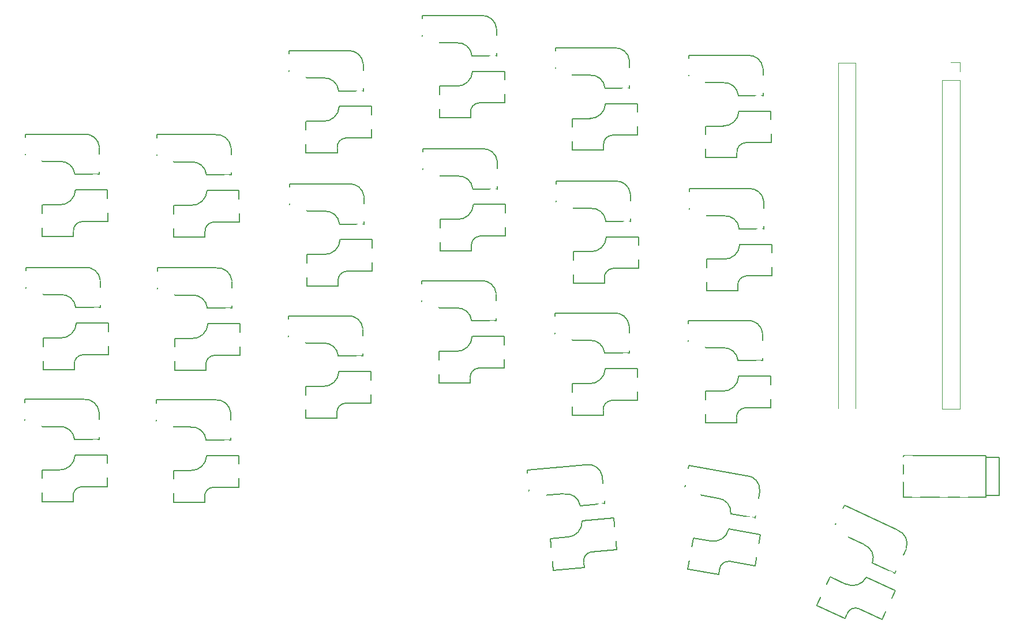
<source format=gbr>
%TF.GenerationSoftware,KiCad,Pcbnew,7.0.6*%
%TF.CreationDate,2023-08-11T19:59:34+07:00*%
%TF.ProjectId,keyboard_pcb,6b657962-6f61-4726-945f-7063622e6b69,rev1.0*%
%TF.SameCoordinates,Original*%
%TF.FileFunction,Legend,Top*%
%TF.FilePolarity,Positive*%
%FSLAX46Y46*%
G04 Gerber Fmt 4.6, Leading zero omitted, Abs format (unit mm)*
G04 Created by KiCad (PCBNEW 7.0.6) date 2023-08-11 19:59:34*
%MOMM*%
%LPD*%
G01*
G04 APERTURE LIST*
G04 Aperture macros list*
%AMRotRect*
0 Rectangle, with rotation*
0 The origin of the aperture is its center*
0 $1 length*
0 $2 width*
0 $3 Rotation angle, in degrees counterclockwise*
0 Add horizontal line*
21,1,$1,$2,0,0,$3*%
G04 Aperture macros list end*
%ADD10C,0.150000*%
%ADD11C,0.120000*%
%ADD12R,2.500000X2.500000*%
%ADD13R,1.800000X2.000000*%
%ADD14R,2.000000X2.000000*%
%ADD15R,2.400000X2.400000*%
%ADD16C,1.900000*%
%ADD17C,1.700000*%
%ADD18C,3.000000*%
%ADD19C,0.100000*%
%ADD20C,4.000000*%
%ADD21RotRect,2.400000X2.400000X350.000000*%
%ADD22RotRect,2.000000X2.000000X350.000000*%
%ADD23RotRect,1.800000X2.000000X350.000000*%
%ADD24RotRect,2.500000X2.500000X350.000000*%
%ADD25RotRect,2.400000X2.400000X335.000000*%
%ADD26RotRect,2.000000X2.000000X335.000000*%
%ADD27RotRect,1.800000X2.000000X335.000000*%
%ADD28RotRect,2.500000X2.500000X335.000000*%
%ADD29RotRect,2.400000X2.400000X5.000000*%
%ADD30RotRect,2.000000X2.000000X5.000000*%
%ADD31RotRect,1.800000X2.000000X5.000000*%
%ADD32RotRect,2.500000X2.500000X5.000000*%
%ADD33O,2.000000X1.600000*%
%ADD34C,0.800000*%
%ADD35R,1.700000X1.700000*%
G04 APERTURE END LIST*
D10*
%TO.C,K03*%
X156964999Y-41054000D02*
G75*
G03*
X154701000Y-39170001I-2073999J-190000D01*
G01*
X151076000Y-49543999D02*
G75*
G03*
X153445999Y-47374000I100000J2269999D01*
G01*
X154376000Y-52003999D02*
G75*
G03*
X153155999Y-53423999I100000J-1320001D01*
G01*
X153360999Y-45053999D02*
G75*
G03*
X151101000Y-43174001I-2069999J-190001D01*
G01*
X158151000Y-47374000D02*
X158176000Y-51973999D01*
X156976000Y-45078000D02*
X153366000Y-45078000D01*
X156976000Y-41124000D02*
X156976000Y-45069000D01*
X154376000Y-51999000D02*
X158151000Y-51999000D01*
X153451000Y-47349000D02*
X158151000Y-47349000D01*
X153156000Y-53474000D02*
X153156000Y-54174000D01*
X148601000Y-54199000D02*
X153151000Y-54199000D01*
X148601000Y-49549000D02*
X151151000Y-49549000D01*
X148576001Y-49574000D02*
X148576001Y-54174000D01*
X146076000Y-43124000D02*
X151126000Y-43170000D01*
X146076000Y-43078000D02*
X146076000Y-39170000D01*
X146076000Y-39170000D02*
X154701000Y-39170000D01*
%TO.C,K31*%
X185204425Y-105215857D02*
X193698392Y-106713572D01*
X184525808Y-109064485D02*
X185204425Y-105215857D01*
X184517820Y-109109787D02*
X189483111Y-110032011D01*
X185859810Y-115895917D02*
X185061028Y-120426033D01*
X185888770Y-115875638D02*
X188400030Y-116318441D01*
X185081306Y-120454994D02*
X189562181Y-121245093D01*
X189693000Y-120531976D02*
X189571447Y-121221341D01*
X191047114Y-114551255D02*
X195675710Y-115367401D01*
X191150597Y-119291235D02*
X194868246Y-119946757D01*
X195599521Y-109032936D02*
X194914479Y-112918003D01*
X194912916Y-112926866D02*
X191357760Y-112299996D01*
X195671369Y-115392021D02*
X194897208Y-119926477D01*
X191357003Y-112275492D02*
G75*
G03*
X189457797Y-110031609I-2071545J172338D01*
G01*
X191149729Y-119296158D02*
G75*
G03*
X189701683Y-120482734I-130735J-1317312D01*
G01*
X188327038Y-116300492D02*
G75*
G03*
X191037847Y-114575007I492662J2218147D01*
G01*
X195600844Y-108962090D02*
G75*
G03*
X193698392Y-106713572I-2075485J173033D01*
G01*
%TO.C,K32*%
X208026317Y-111085014D02*
X215843222Y-114730097D01*
X206374725Y-114626865D02*
X208026317Y-111085014D01*
X206355285Y-114668555D02*
X210912699Y-116844468D01*
X205895167Y-121570786D02*
X203951123Y-125739802D01*
X205928389Y-121558694D02*
X208239474Y-122636370D01*
X203963215Y-125773025D02*
X208086915Y-127695938D01*
X208397845Y-127040978D02*
X208102012Y-127675393D01*
X211253742Y-121614515D02*
X215513389Y-123600821D01*
X210126902Y-126219768D02*
X213548214Y-127815152D01*
X217079276Y-117462479D02*
X215412047Y-121037863D01*
X215408243Y-121046020D02*
X212136472Y-119520368D01*
X215502824Y-123623479D02*
X213581438Y-127803059D01*
X212142083Y-119496502D02*
G75*
G03*
X210888350Y-116837528I-1956354J702620D01*
G01*
X210124789Y-126224299D02*
G75*
G03*
X208418976Y-126995661I-467225J-1238589D01*
G01*
X208173615Y-122600141D02*
G75*
G03*
X211238644Y-121635060I1049974J2015055D01*
G01*
X217098889Y-117394388D02*
G75*
G03*
X215843222Y-114730097I-1959979J704312D01*
G01*
%TO.C,K30*%
X161471658Y-105856739D02*
X170063837Y-105105021D01*
X161812262Y-109749868D02*
X161471658Y-105856739D01*
X161816272Y-109795693D02*
X166851064Y-109401381D01*
X164868914Y-116003259D02*
X165269830Y-120585755D01*
X164891639Y-115976175D02*
X167431935Y-115753928D01*
X165296913Y-120608481D02*
X169829599Y-120211922D01*
X169771392Y-119489245D02*
X169832401Y-120186581D01*
X169531440Y-113361842D02*
X174213556Y-112952210D01*
X170858195Y-117913528D02*
X174618830Y-117584515D01*
X172500482Y-106853306D02*
X172844312Y-110783294D01*
X172845096Y-110792260D02*
X169248833Y-111106892D01*
X174215734Y-112977115D02*
X174641556Y-117557430D01*
X169241760Y-111083418D02*
G75*
G03*
X166826508Y-109407545I-2045563J-369690D01*
G01*
X170858631Y-117918508D02*
G75*
G03*
X169767034Y-119439434I214665J-1306262D01*
G01*
X167356785Y-115755483D02*
G75*
G03*
X169528638Y-113387182I-98224J2270077D01*
G01*
X172483422Y-106784531D02*
G75*
G03*
X170063837Y-105105022I-2049547J-370038D01*
G01*
%TO.C,K25*%
X196018999Y-85824000D02*
G75*
G03*
X193755000Y-83940001I-2073999J-190000D01*
G01*
X190130000Y-94313999D02*
G75*
G03*
X192499999Y-92144000I100000J2269999D01*
G01*
X193430000Y-96773999D02*
G75*
G03*
X192209999Y-98193999I100000J-1320001D01*
G01*
X192414999Y-89823999D02*
G75*
G03*
X190155000Y-87944001I-2069999J-190001D01*
G01*
X197205000Y-92144000D02*
X197230000Y-96743999D01*
X196030000Y-89848000D02*
X192420000Y-89848000D01*
X196030000Y-85894000D02*
X196030000Y-89839000D01*
X193430000Y-96769000D02*
X197205000Y-96769000D01*
X192505000Y-92119000D02*
X197205000Y-92119000D01*
X192210000Y-98244000D02*
X192210000Y-98944000D01*
X187655000Y-98969000D02*
X192205000Y-98969000D01*
X187655000Y-94319000D02*
X190205000Y-94319000D01*
X187630001Y-94344000D02*
X187630001Y-98944000D01*
X185130000Y-87894000D02*
X190180000Y-87940000D01*
X185130000Y-87848000D02*
X185130000Y-83940000D01*
X185130000Y-83940000D02*
X193755000Y-83940000D01*
%TO.C,K24*%
X176442999Y-84724000D02*
G75*
G03*
X174179000Y-82840001I-2073999J-190000D01*
G01*
X170554000Y-93213999D02*
G75*
G03*
X172923999Y-91044000I100000J2269999D01*
G01*
X173854000Y-95673999D02*
G75*
G03*
X172633999Y-97093999I100000J-1320001D01*
G01*
X172838999Y-88723999D02*
G75*
G03*
X170579000Y-86844001I-2069999J-190001D01*
G01*
X177629000Y-91044000D02*
X177654000Y-95643999D01*
X176454000Y-88748000D02*
X172844000Y-88748000D01*
X176454000Y-84794000D02*
X176454000Y-88739000D01*
X173854000Y-95669000D02*
X177629000Y-95669000D01*
X172929000Y-91019000D02*
X177629000Y-91019000D01*
X172634000Y-97144000D02*
X172634000Y-97844000D01*
X168079000Y-97869000D02*
X172629000Y-97869000D01*
X168079000Y-93219000D02*
X170629000Y-93219000D01*
X168054001Y-93244000D02*
X168054001Y-97844000D01*
X165554000Y-86794000D02*
X170604000Y-86840000D01*
X165554000Y-86748000D02*
X165554000Y-82840000D01*
X165554000Y-82840000D02*
X174179000Y-82840000D01*
%TO.C,K23*%
X156918999Y-79978000D02*
G75*
G03*
X154655000Y-78094001I-2073999J-190000D01*
G01*
X151030000Y-88467999D02*
G75*
G03*
X153399999Y-86298000I100000J2269999D01*
G01*
X154330000Y-90927999D02*
G75*
G03*
X153109999Y-92347999I100000J-1320001D01*
G01*
X153314999Y-83977999D02*
G75*
G03*
X151055000Y-82098001I-2069999J-190001D01*
G01*
X158105000Y-86298000D02*
X158130000Y-90897999D01*
X156930000Y-84002000D02*
X153320000Y-84002000D01*
X156930000Y-80048000D02*
X156930000Y-83993000D01*
X154330000Y-90923000D02*
X158105000Y-90923000D01*
X153405000Y-86273000D02*
X158105000Y-86273000D01*
X153110000Y-92398000D02*
X153110000Y-93098000D01*
X148555000Y-93123000D02*
X153105000Y-93123000D01*
X148555000Y-88473000D02*
X151105000Y-88473000D01*
X148530001Y-88498000D02*
X148530001Y-93098000D01*
X146030000Y-82048000D02*
X151080000Y-82094000D01*
X146030000Y-82002000D02*
X146030000Y-78094000D01*
X146030000Y-78094000D02*
X154655000Y-78094000D01*
%TO.C,K22*%
X137354999Y-85134000D02*
G75*
G03*
X135091000Y-83250001I-2073999J-190000D01*
G01*
X131466000Y-93623999D02*
G75*
G03*
X133835999Y-91454000I100000J2269999D01*
G01*
X134766000Y-96083999D02*
G75*
G03*
X133545999Y-97503999I100000J-1320001D01*
G01*
X133750999Y-89133999D02*
G75*
G03*
X131491000Y-87254001I-2069999J-190001D01*
G01*
X138541000Y-91454000D02*
X138566000Y-96053999D01*
X137366000Y-89158000D02*
X133756000Y-89158000D01*
X137366000Y-85204000D02*
X137366000Y-89149000D01*
X134766000Y-96079000D02*
X138541000Y-96079000D01*
X133841000Y-91429000D02*
X138541000Y-91429000D01*
X133546000Y-97554000D02*
X133546000Y-98254000D01*
X128991000Y-98279000D02*
X133541000Y-98279000D01*
X128991000Y-93629000D02*
X131541000Y-93629000D01*
X128966001Y-93654000D02*
X128966001Y-98254000D01*
X126466000Y-87204000D02*
X131516000Y-87250000D01*
X126466000Y-87158000D02*
X126466000Y-83250000D01*
X126466000Y-83250000D02*
X135091000Y-83250000D01*
%TO.C,K21*%
X117955999Y-97470000D02*
G75*
G03*
X115692000Y-95586001I-2073999J-190000D01*
G01*
X112067000Y-105959999D02*
G75*
G03*
X114436999Y-103790000I100000J2269999D01*
G01*
X115367000Y-108419999D02*
G75*
G03*
X114146999Y-109839999I100000J-1320001D01*
G01*
X114351999Y-101469999D02*
G75*
G03*
X112092000Y-99590001I-2069999J-190001D01*
G01*
X119142000Y-103790000D02*
X119167000Y-108389999D01*
X117967000Y-101494000D02*
X114357000Y-101494000D01*
X117967000Y-97540000D02*
X117967000Y-101485000D01*
X115367000Y-108415000D02*
X119142000Y-108415000D01*
X114442000Y-103765000D02*
X119142000Y-103765000D01*
X114147000Y-109890000D02*
X114147000Y-110590000D01*
X109592000Y-110615000D02*
X114142000Y-110615000D01*
X109592000Y-105965000D02*
X112142000Y-105965000D01*
X109567001Y-105990000D02*
X109567001Y-110590000D01*
X107067000Y-99540000D02*
X112117000Y-99586000D01*
X107067000Y-99494000D02*
X107067000Y-95586000D01*
X107067000Y-95586000D02*
X115692000Y-95586000D01*
%TO.C,K20*%
X98645999Y-97394000D02*
G75*
G03*
X96382000Y-95510001I-2073999J-190000D01*
G01*
X92757000Y-105883999D02*
G75*
G03*
X95126999Y-103714000I100000J2269999D01*
G01*
X96057000Y-108343999D02*
G75*
G03*
X94836999Y-109763999I100000J-1320001D01*
G01*
X95041999Y-101393999D02*
G75*
G03*
X92782000Y-99514001I-2069999J-190001D01*
G01*
X99832000Y-103714000D02*
X99857000Y-108313999D01*
X98657000Y-101418000D02*
X95047000Y-101418000D01*
X98657000Y-97464000D02*
X98657000Y-101409000D01*
X96057000Y-108339000D02*
X99832000Y-108339000D01*
X95132000Y-103689000D02*
X99832000Y-103689000D01*
X94837000Y-109814000D02*
X94837000Y-110514000D01*
X90282000Y-110539000D02*
X94832000Y-110539000D01*
X90282000Y-105889000D02*
X92832000Y-105889000D01*
X90257001Y-105914000D02*
X90257001Y-110514000D01*
X87757000Y-99464000D02*
X92807000Y-99510000D01*
X87757000Y-99418000D02*
X87757000Y-95510000D01*
X87757000Y-95510000D02*
X96382000Y-95510000D01*
%TO.C,K15*%
X185304000Y-64570000D02*
X193929000Y-64570000D01*
X185304000Y-68478000D02*
X185304000Y-64570000D01*
X185304000Y-68524000D02*
X190354000Y-68570000D01*
X187804001Y-74974000D02*
X187804001Y-79574000D01*
X187829000Y-74949000D02*
X190379000Y-74949000D01*
X187829000Y-79599000D02*
X192379000Y-79599000D01*
X192384000Y-78874000D02*
X192384000Y-79574000D01*
X192679000Y-72749000D02*
X197379000Y-72749000D01*
X193604000Y-77399000D02*
X197379000Y-77399000D01*
X196204000Y-66524000D02*
X196204000Y-70469000D01*
X196204000Y-70478000D02*
X192594000Y-70478000D01*
X197379000Y-72774000D02*
X197404000Y-77373999D01*
X192588999Y-70453999D02*
G75*
G03*
X190329000Y-68574001I-2069999J-190001D01*
G01*
X193604000Y-77403999D02*
G75*
G03*
X192383999Y-78823999I100000J-1320001D01*
G01*
X190304000Y-74943999D02*
G75*
G03*
X192673999Y-72774000I100000J2269999D01*
G01*
X196192999Y-66454000D02*
G75*
G03*
X193929000Y-64570001I-2073999J-190000D01*
G01*
%TO.C,K14*%
X165728000Y-63470000D02*
X174353000Y-63470000D01*
X165728000Y-67378000D02*
X165728000Y-63470000D01*
X165728000Y-67424000D02*
X170778000Y-67470000D01*
X168228001Y-73874000D02*
X168228001Y-78474000D01*
X168253000Y-73849000D02*
X170803000Y-73849000D01*
X168253000Y-78499000D02*
X172803000Y-78499000D01*
X172808000Y-77774000D02*
X172808000Y-78474000D01*
X173103000Y-71649000D02*
X177803000Y-71649000D01*
X174028000Y-76299000D02*
X177803000Y-76299000D01*
X176628000Y-65424000D02*
X176628000Y-69369000D01*
X176628000Y-69378000D02*
X173018000Y-69378000D01*
X177803000Y-71674000D02*
X177828000Y-76273999D01*
X173012999Y-69353999D02*
G75*
G03*
X170753000Y-67474001I-2069999J-190001D01*
G01*
X174028000Y-76303999D02*
G75*
G03*
X172807999Y-77723999I100000J-1320001D01*
G01*
X170728000Y-73843999D02*
G75*
G03*
X173097999Y-71674000I100000J2269999D01*
G01*
X176616999Y-65354000D02*
G75*
G03*
X174353000Y-63470001I-2073999J-190000D01*
G01*
%TO.C,K13*%
X146204000Y-58724000D02*
X154829000Y-58724000D01*
X146204000Y-62632000D02*
X146204000Y-58724000D01*
X146204000Y-62678000D02*
X151254000Y-62724000D01*
X148704001Y-69128000D02*
X148704001Y-73728000D01*
X148729000Y-69103000D02*
X151279000Y-69103000D01*
X148729000Y-73753000D02*
X153279000Y-73753000D01*
X153284000Y-73028000D02*
X153284000Y-73728000D01*
X153579000Y-66903000D02*
X158279000Y-66903000D01*
X154504000Y-71553000D02*
X158279000Y-71553000D01*
X157104000Y-60678000D02*
X157104000Y-64623000D01*
X157104000Y-64632000D02*
X153494000Y-64632000D01*
X158279000Y-66928000D02*
X158304000Y-71527999D01*
X153488999Y-64607999D02*
G75*
G03*
X151229000Y-62728001I-2069999J-190001D01*
G01*
X154504000Y-71557999D02*
G75*
G03*
X153283999Y-72977999I100000J-1320001D01*
G01*
X151204000Y-69097999D02*
G75*
G03*
X153573999Y-66928000I100000J2269999D01*
G01*
X157092999Y-60608000D02*
G75*
G03*
X154829000Y-58724001I-2073999J-190000D01*
G01*
%TO.C,K12*%
X126640000Y-63880000D02*
X135265000Y-63880000D01*
X126640000Y-67788000D02*
X126640000Y-63880000D01*
X126640000Y-67834000D02*
X131690000Y-67880000D01*
X129140001Y-74284000D02*
X129140001Y-78884000D01*
X129165000Y-74259000D02*
X131715000Y-74259000D01*
X129165000Y-78909000D02*
X133715000Y-78909000D01*
X133720000Y-78184000D02*
X133720000Y-78884000D01*
X134015000Y-72059000D02*
X138715000Y-72059000D01*
X134940000Y-76709000D02*
X138715000Y-76709000D01*
X137540000Y-65834000D02*
X137540000Y-69779000D01*
X137540000Y-69788000D02*
X133930000Y-69788000D01*
X138715000Y-72084000D02*
X138740000Y-76683999D01*
X133924999Y-69763999D02*
G75*
G03*
X131665000Y-67884001I-2069999J-190001D01*
G01*
X134940000Y-76713999D02*
G75*
G03*
X133719999Y-78133999I100000J-1320001D01*
G01*
X131640000Y-74253999D02*
G75*
G03*
X134009999Y-72084000I100000J2269999D01*
G01*
X137528999Y-65764000D02*
G75*
G03*
X135265000Y-63880001I-2073999J-190000D01*
G01*
%TO.C,K11*%
X107241000Y-76216000D02*
X115866000Y-76216000D01*
X107241000Y-80124000D02*
X107241000Y-76216000D01*
X107241000Y-80170000D02*
X112291000Y-80216000D01*
X109741001Y-86620000D02*
X109741001Y-91220000D01*
X109766000Y-86595000D02*
X112316000Y-86595000D01*
X109766000Y-91245000D02*
X114316000Y-91245000D01*
X114321000Y-90520000D02*
X114321000Y-91220000D01*
X114616000Y-84395000D02*
X119316000Y-84395000D01*
X115541000Y-89045000D02*
X119316000Y-89045000D01*
X118141000Y-78170000D02*
X118141000Y-82115000D01*
X118141000Y-82124000D02*
X114531000Y-82124000D01*
X119316000Y-84420000D02*
X119341000Y-89019999D01*
X114525999Y-82099999D02*
G75*
G03*
X112266000Y-80220001I-2069999J-190001D01*
G01*
X115541000Y-89049999D02*
G75*
G03*
X114320999Y-90469999I100000J-1320001D01*
G01*
X112241000Y-86589999D02*
G75*
G03*
X114610999Y-84420000I100000J2269999D01*
G01*
X118129999Y-78100000D02*
G75*
G03*
X115866000Y-76216001I-2073999J-190000D01*
G01*
%TO.C,K10*%
X87931000Y-76140000D02*
X96556000Y-76140000D01*
X87931000Y-80048000D02*
X87931000Y-76140000D01*
X87931000Y-80094000D02*
X92981000Y-80140000D01*
X90431001Y-86544000D02*
X90431001Y-91144000D01*
X90456000Y-86519000D02*
X93006000Y-86519000D01*
X90456000Y-91169000D02*
X95006000Y-91169000D01*
X95011000Y-90444000D02*
X95011000Y-91144000D01*
X95306000Y-84319000D02*
X100006000Y-84319000D01*
X96231000Y-88969000D02*
X100006000Y-88969000D01*
X98831000Y-78094000D02*
X98831000Y-82039000D01*
X98831000Y-82048000D02*
X95221000Y-82048000D01*
X100006000Y-84344000D02*
X100031000Y-88943999D01*
X95215999Y-82023999D02*
G75*
G03*
X92956000Y-80144001I-2069999J-190001D01*
G01*
X96231000Y-88973999D02*
G75*
G03*
X95010999Y-90393999I100000J-1320001D01*
G01*
X92931000Y-86513999D02*
G75*
G03*
X95300999Y-84344000I100000J2269999D01*
G01*
X98819999Y-78024000D02*
G75*
G03*
X96556000Y-76140001I-2073999J-190000D01*
G01*
%TO.C,K05*%
X196064999Y-46900000D02*
G75*
G03*
X193801000Y-45016001I-2073999J-190000D01*
G01*
X190176000Y-55389999D02*
G75*
G03*
X192545999Y-53220000I100000J2269999D01*
G01*
X193476000Y-57849999D02*
G75*
G03*
X192255999Y-59269999I100000J-1320001D01*
G01*
X192460999Y-50899999D02*
G75*
G03*
X190201000Y-49020001I-2069999J-190001D01*
G01*
X197251000Y-53220000D02*
X197276000Y-57819999D01*
X196076000Y-50924000D02*
X192466000Y-50924000D01*
X196076000Y-46970000D02*
X196076000Y-50915000D01*
X193476000Y-57845000D02*
X197251000Y-57845000D01*
X192551000Y-53195000D02*
X197251000Y-53195000D01*
X192256000Y-59320000D02*
X192256000Y-60020000D01*
X187701000Y-60045000D02*
X192251000Y-60045000D01*
X187701000Y-55395000D02*
X190251000Y-55395000D01*
X187676001Y-55420000D02*
X187676001Y-60020000D01*
X185176000Y-48970000D02*
X190226000Y-49016000D01*
X185176000Y-48924000D02*
X185176000Y-45016000D01*
X185176000Y-45016000D02*
X193801000Y-45016000D01*
%TO.C,K04*%
X176488999Y-45800000D02*
G75*
G03*
X174225000Y-43916001I-2073999J-190000D01*
G01*
X170600000Y-54289999D02*
G75*
G03*
X172969999Y-52120000I100000J2269999D01*
G01*
X173900000Y-56749999D02*
G75*
G03*
X172679999Y-58169999I100000J-1320001D01*
G01*
X172884999Y-49799999D02*
G75*
G03*
X170625000Y-47920001I-2069999J-190001D01*
G01*
X177675000Y-52120000D02*
X177700000Y-56719999D01*
X176500000Y-49824000D02*
X172890000Y-49824000D01*
X176500000Y-45870000D02*
X176500000Y-49815000D01*
X173900000Y-56745000D02*
X177675000Y-56745000D01*
X172975000Y-52095000D02*
X177675000Y-52095000D01*
X172680000Y-58220000D02*
X172680000Y-58920000D01*
X168125000Y-58945000D02*
X172675000Y-58945000D01*
X168125000Y-54295000D02*
X170675000Y-54295000D01*
X168100001Y-54320000D02*
X168100001Y-58920000D01*
X165600000Y-47870000D02*
X170650000Y-47916000D01*
X165600000Y-47824000D02*
X165600000Y-43916000D01*
X165600000Y-43916000D02*
X174225000Y-43916000D01*
%TO.C,K02*%
X137400999Y-46210000D02*
G75*
G03*
X135137000Y-44326001I-2073999J-190000D01*
G01*
X131512000Y-54699999D02*
G75*
G03*
X133881999Y-52530000I100000J2269999D01*
G01*
X134812000Y-57159999D02*
G75*
G03*
X133591999Y-58579999I100000J-1320001D01*
G01*
X133796999Y-50209999D02*
G75*
G03*
X131537000Y-48330001I-2069999J-190001D01*
G01*
X138587000Y-52530000D02*
X138612000Y-57129999D01*
X137412000Y-50234000D02*
X133802000Y-50234000D01*
X137412000Y-46280000D02*
X137412000Y-50225000D01*
X134812000Y-57155000D02*
X138587000Y-57155000D01*
X133887000Y-52505000D02*
X138587000Y-52505000D01*
X133592000Y-58630000D02*
X133592000Y-59330000D01*
X129037000Y-59355000D02*
X133587000Y-59355000D01*
X129037000Y-54705000D02*
X131587000Y-54705000D01*
X129012001Y-54730000D02*
X129012001Y-59330000D01*
X126512000Y-48280000D02*
X131562000Y-48326000D01*
X126512000Y-48234000D02*
X126512000Y-44326000D01*
X126512000Y-44326000D02*
X135137000Y-44326000D01*
%TO.C,K01*%
X118001999Y-58546000D02*
G75*
G03*
X115738000Y-56662001I-2073999J-190000D01*
G01*
X112113000Y-67035999D02*
G75*
G03*
X114482999Y-64866000I100000J2269999D01*
G01*
X115413000Y-69495999D02*
G75*
G03*
X114192999Y-70915999I100000J-1320001D01*
G01*
X114397999Y-62545999D02*
G75*
G03*
X112138000Y-60666001I-2069999J-190001D01*
G01*
X119188000Y-64866000D02*
X119213000Y-69465999D01*
X118013000Y-62570000D02*
X114403000Y-62570000D01*
X118013000Y-58616000D02*
X118013000Y-62561000D01*
X115413000Y-69491000D02*
X119188000Y-69491000D01*
X114488000Y-64841000D02*
X119188000Y-64841000D01*
X114193000Y-70966000D02*
X114193000Y-71666000D01*
X109638000Y-71691000D02*
X114188000Y-71691000D01*
X109638000Y-67041000D02*
X112188000Y-67041000D01*
X109613001Y-67066000D02*
X109613001Y-71666000D01*
X107113000Y-60616000D02*
X112163000Y-60662000D01*
X107113000Y-60570000D02*
X107113000Y-56662000D01*
X107113000Y-56662000D02*
X115738000Y-56662000D01*
%TO.C,K00*%
X98691999Y-58470000D02*
G75*
G03*
X96428000Y-56586001I-2073999J-190000D01*
G01*
X92803000Y-66959999D02*
G75*
G03*
X95172999Y-64790000I100000J2269999D01*
G01*
X96103000Y-69419999D02*
G75*
G03*
X94882999Y-70839999I100000J-1320001D01*
G01*
X95087999Y-62469999D02*
G75*
G03*
X92828000Y-60590001I-2069999J-190001D01*
G01*
X99878000Y-64790000D02*
X99903000Y-69389999D01*
X98703000Y-62494000D02*
X95093000Y-62494000D01*
X98703000Y-58540000D02*
X98703000Y-62485000D01*
X96103000Y-69415000D02*
X99878000Y-69415000D01*
X95178000Y-64765000D02*
X99878000Y-64765000D01*
X94883000Y-70890000D02*
X94883000Y-71590000D01*
X90328000Y-71615000D02*
X94878000Y-71615000D01*
X90328000Y-66965000D02*
X92878000Y-66965000D01*
X90303001Y-66990000D02*
X90303001Y-71590000D01*
X87803000Y-60540000D02*
X92853000Y-60586000D01*
X87803000Y-60494000D02*
X87803000Y-56586000D01*
X87803000Y-56586000D02*
X96428000Y-56586000D01*
%TO.C,J1*%
X230780000Y-109644000D02*
X230780000Y-104044000D01*
X228780000Y-104044000D02*
X230780000Y-104044000D01*
X228780000Y-109894000D02*
X216680000Y-109894000D01*
X228780000Y-103794000D02*
X216680000Y-103794000D01*
X228780000Y-109644000D02*
X230780000Y-109644000D01*
X228780000Y-109894000D02*
X228780000Y-103794000D01*
X216680000Y-109894000D02*
X216680000Y-103794000D01*
D11*
%TO.C,U1*%
X224990000Y-48630000D02*
X222330000Y-48630000D01*
X224990000Y-46030000D02*
X223660000Y-46030000D01*
X207150000Y-46090000D02*
X207150000Y-96890000D01*
X222330000Y-48630000D02*
X222330000Y-96950000D01*
X209690000Y-96890000D02*
X209690000Y-46090000D01*
X209690000Y-46090000D02*
X207150000Y-46090000D01*
X224990000Y-47360000D02*
X224990000Y-46030000D01*
X209690000Y-96890000D02*
X207150000Y-96890000D01*
X224990000Y-96950000D02*
X224990000Y-48630000D01*
X222330000Y-96950000D02*
X224990000Y-96950000D01*
%TD*%
%LPC*%
%TO.C,U1*%
X207150000Y-96890000D02*
X209690000Y-96890000D01*
%TD*%
D12*
%TO.C,K03*%
X157776000Y-43433999D03*
D13*
X148076000Y-51874000D03*
D14*
X158976000Y-49674000D03*
D15*
X145176000Y-40894000D03*
D16*
X156376000Y-45974000D03*
D17*
X155956000Y-45974000D03*
D18*
X155876000Y-49674000D03*
D19*
X154701000Y-43394000D03*
D18*
X154686000Y-43434000D03*
X154686000Y-43434000D03*
X153416000Y-40894000D03*
X150876000Y-51874000D03*
D20*
X150876000Y-45974000D03*
D18*
X148336000Y-40894000D03*
X147066000Y-43433999D03*
D19*
X147051000Y-43394000D03*
D18*
X145876000Y-49674000D03*
D17*
X145796000Y-45974000D03*
D16*
X145376000Y-45974000D03*
%TD*%
%TO.C,K31*%
X183333557Y-111794935D03*
D17*
X183747177Y-111867867D03*
D18*
X183183463Y-115525548D03*
D19*
X185431123Y-109544992D03*
D18*
X185438949Y-109586988D03*
X187130721Y-107306110D03*
D20*
X188750000Y-112750000D03*
D18*
X187725476Y-118560366D03*
X192133544Y-108188243D03*
X192943184Y-110910188D03*
X192943184Y-110910188D03*
D19*
X192964902Y-110873400D03*
D18*
X193031541Y-117262030D03*
D17*
X193752823Y-113632133D03*
D16*
X194166443Y-113705065D03*
D21*
X184018729Y-106757382D03*
D22*
X196084445Y-117800339D03*
D23*
X184968014Y-118074151D03*
D24*
X195986240Y-111446760D03*
%TD*%
D16*
%TO.C,K32*%
X204516407Y-116955700D03*
D17*
X204897056Y-117133199D03*
D18*
X203405873Y-120520348D03*
D19*
X207124828Y-115325311D03*
D18*
X207121518Y-115367902D03*
X209345979Y-113602606D03*
D20*
X209501100Y-119280100D03*
D18*
X207007652Y-124627316D03*
X213950023Y-115749507D03*
X214027583Y-118588254D03*
X214027583Y-118588254D03*
D19*
X214058082Y-118558341D03*
D18*
X212468951Y-124746530D03*
D17*
X214105144Y-121427001D03*
D16*
X214485793Y-121604500D03*
D25*
X206482046Y-112267132D03*
D26*
X215278506Y-126056647D03*
D27*
X204469990Y-123443985D03*
D28*
X216828075Y-119894143D03*
%TD*%
D16*
%TO.C,K30*%
X161367329Y-112695857D03*
D17*
X161785731Y-112659251D03*
D18*
X162187903Y-116338199D03*
D19*
X162811093Y-109979688D03*
D18*
X162829523Y-110018228D03*
X163873314Y-107377207D03*
D20*
X166846400Y-112216500D03*
D18*
X167360619Y-118094049D03*
X168933983Y-106934455D03*
X170420526Y-109354102D03*
X170420526Y-109354102D03*
D19*
X170431983Y-109312947D03*
D18*
X172149850Y-115466642D03*
D17*
X171907069Y-111773749D03*
D16*
X172325471Y-111737143D03*
D29*
X160725339Y-107652619D03*
D30*
X175238053Y-115196459D03*
D31*
X164571274Y-118338085D03*
D32*
X173498768Y-109084790D03*
%TD*%
D12*
%TO.C,K25*%
X196830000Y-88203999D03*
D13*
X187130000Y-96644000D03*
D14*
X198030000Y-94444000D03*
D15*
X184230000Y-85664000D03*
D16*
X195430000Y-90744000D03*
D17*
X195010000Y-90744000D03*
D18*
X194930000Y-94444000D03*
D19*
X193755000Y-88164000D03*
D18*
X193740000Y-88204000D03*
X193740000Y-88204000D03*
X192470000Y-85664000D03*
X189930000Y-96644000D03*
D20*
X189930000Y-90744000D03*
D18*
X187390000Y-85664000D03*
X186120000Y-88203999D03*
D19*
X186105000Y-88164000D03*
D18*
X184930000Y-94444000D03*
D17*
X184850000Y-90744000D03*
D16*
X184430000Y-90744000D03*
%TD*%
D12*
%TO.C,K24*%
X177254000Y-87103999D03*
D13*
X167554000Y-95544000D03*
D14*
X178454000Y-93344000D03*
D15*
X164654000Y-84564000D03*
D16*
X175854000Y-89644000D03*
D17*
X175434000Y-89644000D03*
D18*
X175354000Y-93344000D03*
D19*
X174179000Y-87064000D03*
D18*
X174164000Y-87104000D03*
X174164000Y-87104000D03*
X172894000Y-84564000D03*
X170354000Y-95544000D03*
D20*
X170354000Y-89644000D03*
D18*
X167814000Y-84564000D03*
X166544000Y-87103999D03*
D19*
X166529000Y-87064000D03*
D18*
X165354000Y-93344000D03*
D17*
X165274000Y-89644000D03*
D16*
X164854000Y-89644000D03*
%TD*%
D12*
%TO.C,K23*%
X157730000Y-82357999D03*
D13*
X148030000Y-90798000D03*
D14*
X158930000Y-88598000D03*
D15*
X145130000Y-79818000D03*
D16*
X156330000Y-84898000D03*
D17*
X155910000Y-84898000D03*
D18*
X155830000Y-88598000D03*
D19*
X154655000Y-82318000D03*
D18*
X154640000Y-82358000D03*
X154640000Y-82358000D03*
X153370000Y-79818000D03*
X150830000Y-90798000D03*
D20*
X150830000Y-84898000D03*
D18*
X148290000Y-79818000D03*
X147020000Y-82357999D03*
D19*
X147005000Y-82318000D03*
D18*
X145830000Y-88598000D03*
D17*
X145750000Y-84898000D03*
D16*
X145330000Y-84898000D03*
%TD*%
D12*
%TO.C,K22*%
X138166000Y-87513999D03*
D13*
X128466000Y-95954000D03*
D14*
X139366000Y-93754000D03*
D15*
X125566000Y-84974000D03*
D16*
X136766000Y-90054000D03*
D17*
X136346000Y-90054000D03*
D18*
X136266000Y-93754000D03*
D19*
X135091000Y-87474000D03*
D18*
X135076000Y-87514000D03*
X135076000Y-87514000D03*
X133806000Y-84974000D03*
X131266000Y-95954000D03*
D20*
X131266000Y-90054000D03*
D18*
X128726000Y-84974000D03*
X127456000Y-87513999D03*
D19*
X127441000Y-87474000D03*
D18*
X126266000Y-93754000D03*
D17*
X126186000Y-90054000D03*
D16*
X125766000Y-90054000D03*
%TD*%
D12*
%TO.C,K21*%
X118767000Y-99849999D03*
D13*
X109067000Y-108290000D03*
D14*
X119967000Y-106090000D03*
D15*
X106167000Y-97310000D03*
D16*
X117367000Y-102390000D03*
D17*
X116947000Y-102390000D03*
D18*
X116867000Y-106090000D03*
D19*
X115692000Y-99810000D03*
D18*
X115677000Y-99850000D03*
X115677000Y-99850000D03*
X114407000Y-97310000D03*
X111867000Y-108290000D03*
D20*
X111867000Y-102390000D03*
D18*
X109327000Y-97310000D03*
X108057000Y-99849999D03*
D19*
X108042000Y-99810000D03*
D18*
X106867000Y-106090000D03*
D17*
X106787000Y-102390000D03*
D16*
X106367000Y-102390000D03*
%TD*%
D12*
%TO.C,K20*%
X99457000Y-99773999D03*
D13*
X89757000Y-108214000D03*
D14*
X100657000Y-106014000D03*
D15*
X86857000Y-97234000D03*
D16*
X98057000Y-102314000D03*
D17*
X97637000Y-102314000D03*
D18*
X97557000Y-106014000D03*
D19*
X96382000Y-99734000D03*
D18*
X96367000Y-99774000D03*
X96367000Y-99774000D03*
X95097000Y-97234000D03*
X92557000Y-108214000D03*
D20*
X92557000Y-102314000D03*
D18*
X90017000Y-97234000D03*
X88747000Y-99773999D03*
D19*
X88732000Y-99734000D03*
D18*
X87557000Y-106014000D03*
D17*
X87477000Y-102314000D03*
D16*
X87057000Y-102314000D03*
%TD*%
%TO.C,K15*%
X184604000Y-71374000D03*
D17*
X185024000Y-71374000D03*
D18*
X185104000Y-75074000D03*
D19*
X186279000Y-68794000D03*
D18*
X186294000Y-68833999D03*
X187564000Y-66294000D03*
D20*
X190104000Y-71374000D03*
D18*
X190104000Y-77274000D03*
X192644000Y-66294000D03*
X193914000Y-68834000D03*
X193914000Y-68834000D03*
D19*
X193929000Y-68794000D03*
D18*
X195104000Y-75074000D03*
D17*
X195184000Y-71374000D03*
D16*
X195604000Y-71374000D03*
D15*
X184404000Y-66294000D03*
D14*
X198204000Y-75074000D03*
D13*
X187304000Y-77274000D03*
D12*
X197004000Y-68833999D03*
%TD*%
D16*
%TO.C,K14*%
X165028000Y-70274000D03*
D17*
X165448000Y-70274000D03*
D18*
X165528000Y-73974000D03*
D19*
X166703000Y-67694000D03*
D18*
X166718000Y-67733999D03*
X167988000Y-65194000D03*
D20*
X170528000Y-70274000D03*
D18*
X170528000Y-76174000D03*
X173068000Y-65194000D03*
X174338000Y-67734000D03*
X174338000Y-67734000D03*
D19*
X174353000Y-67694000D03*
D18*
X175528000Y-73974000D03*
D17*
X175608000Y-70274000D03*
D16*
X176028000Y-70274000D03*
D15*
X164828000Y-65194000D03*
D14*
X178628000Y-73974000D03*
D13*
X167728000Y-76174000D03*
D12*
X177428000Y-67733999D03*
%TD*%
D16*
%TO.C,K13*%
X145504000Y-65528000D03*
D17*
X145924000Y-65528000D03*
D18*
X146004000Y-69228000D03*
D19*
X147179000Y-62948000D03*
D18*
X147194000Y-62987999D03*
X148464000Y-60448000D03*
D20*
X151004000Y-65528000D03*
D18*
X151004000Y-71428000D03*
X153544000Y-60448000D03*
X154814000Y-62988000D03*
X154814000Y-62988000D03*
D19*
X154829000Y-62948000D03*
D18*
X156004000Y-69228000D03*
D17*
X156084000Y-65528000D03*
D16*
X156504000Y-65528000D03*
D15*
X145304000Y-60448000D03*
D14*
X159104000Y-69228000D03*
D13*
X148204000Y-71428000D03*
D12*
X157904000Y-62987999D03*
%TD*%
D16*
%TO.C,K12*%
X125940000Y-70684000D03*
D17*
X126360000Y-70684000D03*
D18*
X126440000Y-74384000D03*
D19*
X127615000Y-68104000D03*
D18*
X127630000Y-68143999D03*
X128900000Y-65604000D03*
D20*
X131440000Y-70684000D03*
D18*
X131440000Y-76584000D03*
X133980000Y-65604000D03*
X135250000Y-68144000D03*
X135250000Y-68144000D03*
D19*
X135265000Y-68104000D03*
D18*
X136440000Y-74384000D03*
D17*
X136520000Y-70684000D03*
D16*
X136940000Y-70684000D03*
D15*
X125740000Y-65604000D03*
D14*
X139540000Y-74384000D03*
D13*
X128640000Y-76584000D03*
D12*
X138340000Y-68143999D03*
%TD*%
D16*
%TO.C,K11*%
X106541000Y-83020000D03*
D17*
X106961000Y-83020000D03*
D18*
X107041000Y-86720000D03*
D19*
X108216000Y-80440000D03*
D18*
X108231000Y-80479999D03*
X109501000Y-77940000D03*
D20*
X112041000Y-83020000D03*
D18*
X112041000Y-88920000D03*
X114581000Y-77940000D03*
X115851000Y-80480000D03*
X115851000Y-80480000D03*
D19*
X115866000Y-80440000D03*
D18*
X117041000Y-86720000D03*
D17*
X117121000Y-83020000D03*
D16*
X117541000Y-83020000D03*
D15*
X106341000Y-77940000D03*
D14*
X120141000Y-86720000D03*
D13*
X109241000Y-88920000D03*
D12*
X118941000Y-80479999D03*
%TD*%
D16*
%TO.C,K10*%
X87231000Y-82944000D03*
D17*
X87651000Y-82944000D03*
D18*
X87731000Y-86644000D03*
D19*
X88906000Y-80364000D03*
D18*
X88921000Y-80403999D03*
X90191000Y-77864000D03*
D20*
X92731000Y-82944000D03*
D18*
X92731000Y-88844000D03*
X95271000Y-77864000D03*
X96541000Y-80404000D03*
X96541000Y-80404000D03*
D19*
X96556000Y-80364000D03*
D18*
X97731000Y-86644000D03*
D17*
X97811000Y-82944000D03*
D16*
X98231000Y-82944000D03*
D15*
X87031000Y-77864000D03*
D14*
X100831000Y-86644000D03*
D13*
X89931000Y-88844000D03*
D12*
X99631000Y-80403999D03*
%TD*%
%TO.C,K05*%
X196876000Y-49279999D03*
D13*
X187176000Y-57720000D03*
D14*
X198076000Y-55520000D03*
D15*
X184276000Y-46740000D03*
D16*
X195476000Y-51820000D03*
D17*
X195056000Y-51820000D03*
D18*
X194976000Y-55520000D03*
D19*
X193801000Y-49240000D03*
D18*
X193786000Y-49280000D03*
X193786000Y-49280000D03*
X192516000Y-46740000D03*
X189976000Y-57720000D03*
D20*
X189976000Y-51820000D03*
D18*
X187436000Y-46740000D03*
X186166000Y-49279999D03*
D19*
X186151000Y-49240000D03*
D18*
X184976000Y-55520000D03*
D17*
X184896000Y-51820000D03*
D16*
X184476000Y-51820000D03*
%TD*%
D12*
%TO.C,K04*%
X177300000Y-48179999D03*
D13*
X167600000Y-56620000D03*
D14*
X178500000Y-54420000D03*
D15*
X164700000Y-45640000D03*
D16*
X175900000Y-50720000D03*
D17*
X175480000Y-50720000D03*
D18*
X175400000Y-54420000D03*
D19*
X174225000Y-48140000D03*
D18*
X174210000Y-48180000D03*
X174210000Y-48180000D03*
X172940000Y-45640000D03*
X170400000Y-56620000D03*
D20*
X170400000Y-50720000D03*
D18*
X167860000Y-45640000D03*
X166590000Y-48179999D03*
D19*
X166575000Y-48140000D03*
D18*
X165400000Y-54420000D03*
D17*
X165320000Y-50720000D03*
D16*
X164900000Y-50720000D03*
%TD*%
D12*
%TO.C,K02*%
X138212000Y-48589999D03*
D13*
X128512000Y-57030000D03*
D14*
X139412000Y-54830000D03*
D15*
X125612000Y-46050000D03*
D16*
X136812000Y-51130000D03*
D17*
X136392000Y-51130000D03*
D18*
X136312000Y-54830000D03*
D19*
X135137000Y-48550000D03*
D18*
X135122000Y-48590000D03*
X135122000Y-48590000D03*
X133852000Y-46050000D03*
X131312000Y-57030000D03*
D20*
X131312000Y-51130000D03*
D18*
X128772000Y-46050000D03*
X127502000Y-48589999D03*
D19*
X127487000Y-48550000D03*
D18*
X126312000Y-54830000D03*
D17*
X126232000Y-51130000D03*
D16*
X125812000Y-51130000D03*
%TD*%
D12*
%TO.C,K01*%
X118813000Y-60925999D03*
D13*
X109113000Y-69366000D03*
D14*
X120013000Y-67166000D03*
D15*
X106213000Y-58386000D03*
D16*
X117413000Y-63466000D03*
D17*
X116993000Y-63466000D03*
D18*
X116913000Y-67166000D03*
D19*
X115738000Y-60886000D03*
D18*
X115723000Y-60926000D03*
X115723000Y-60926000D03*
X114453000Y-58386000D03*
X111913000Y-69366000D03*
D20*
X111913000Y-63466000D03*
D18*
X109373000Y-58386000D03*
X108103000Y-60925999D03*
D19*
X108088000Y-60886000D03*
D18*
X106913000Y-67166000D03*
D17*
X106833000Y-63466000D03*
D16*
X106413000Y-63466000D03*
%TD*%
D12*
%TO.C,K00*%
X99503000Y-60849999D03*
D13*
X89803000Y-69290000D03*
D14*
X100703000Y-67090000D03*
D15*
X86903000Y-58310000D03*
D16*
X98103000Y-63390000D03*
D17*
X97683000Y-63390000D03*
D18*
X97603000Y-67090000D03*
D19*
X96428000Y-60810000D03*
D18*
X96413000Y-60850000D03*
X96413000Y-60850000D03*
X95143000Y-58310000D03*
X92603000Y-69290000D03*
D20*
X92603000Y-63390000D03*
D18*
X90063000Y-58310000D03*
X88793000Y-60849999D03*
D19*
X88778000Y-60810000D03*
D18*
X87603000Y-67090000D03*
D17*
X87523000Y-63390000D03*
D16*
X87103000Y-63390000D03*
%TD*%
D33*
%TO.C,J1*%
X225580000Y-102444000D03*
X222580000Y-109144000D03*
X222580000Y-102444000D03*
X225580000Y-109144000D03*
X218580000Y-102444000D03*
X218580000Y-109144000D03*
X217480000Y-107044000D03*
X217480000Y-104544000D03*
D34*
X227180000Y-104744000D03*
X220180000Y-106844000D03*
X220180000Y-104744000D03*
X227180000Y-106844000D03*
%TD*%
D17*
%TO.C,U1*%
X221000000Y-47380000D03*
X208420000Y-47360000D03*
X221000000Y-49920000D03*
X208420000Y-49900000D03*
X221000000Y-52460000D03*
X208420000Y-52440000D03*
X208420000Y-54980000D03*
X221000000Y-55000000D03*
X221000000Y-57540000D03*
X208420000Y-57520000D03*
X208420000Y-60060000D03*
X221000000Y-60080000D03*
X208420000Y-62600000D03*
X221000000Y-62620000D03*
X221000000Y-65160000D03*
X208420000Y-65140000D03*
X221000000Y-67700000D03*
X208420000Y-67680000D03*
X208420000Y-70220000D03*
X221000000Y-70240000D03*
X221000000Y-72780000D03*
X208420000Y-72760000D03*
X221000000Y-75320000D03*
X208420000Y-75300000D03*
X208420000Y-77840000D03*
X221000000Y-77860000D03*
X208420000Y-80380000D03*
X221000000Y-80400000D03*
X208420000Y-82920000D03*
X221000000Y-82940000D03*
X208420000Y-85460000D03*
X221000000Y-85480000D03*
X208420000Y-88000000D03*
X221000000Y-88020000D03*
X221000000Y-90560000D03*
X208420000Y-90540000D03*
X221000000Y-93100000D03*
X208420000Y-93080000D03*
X208420000Y-95620000D03*
X221000000Y-95640000D03*
X205760000Y-95640000D03*
X223660000Y-95620000D03*
X205760000Y-93100000D03*
X223660000Y-93080000D03*
X223660000Y-90540000D03*
X205760000Y-90560000D03*
X205760000Y-88020000D03*
X223660000Y-88000000D03*
X205760000Y-85480000D03*
X223660000Y-85460000D03*
X223660000Y-82920000D03*
X205760000Y-82940000D03*
X223660000Y-80380000D03*
X205760000Y-80400000D03*
X205760000Y-77860000D03*
X223660000Y-77840000D03*
X223660000Y-75300000D03*
X205760000Y-75320000D03*
X223660000Y-72760000D03*
X205760000Y-72780000D03*
X205760000Y-70240000D03*
X223660000Y-70220000D03*
X223660000Y-67680000D03*
X205760000Y-67700000D03*
X205760000Y-65160000D03*
X223660000Y-65140000D03*
X205760000Y-62620000D03*
X223660000Y-62600000D03*
X205760000Y-60080000D03*
X223660000Y-60060000D03*
X223660000Y-57520000D03*
X205760000Y-57540000D03*
X205760000Y-55000000D03*
X223660000Y-54980000D03*
X223660000Y-52440000D03*
X205760000Y-52460000D03*
X205760000Y-49920000D03*
X223660000Y-49900000D03*
D35*
X223660000Y-47360000D03*
X205760000Y-47380000D03*
%TD*%
%LPD*%
M02*

</source>
